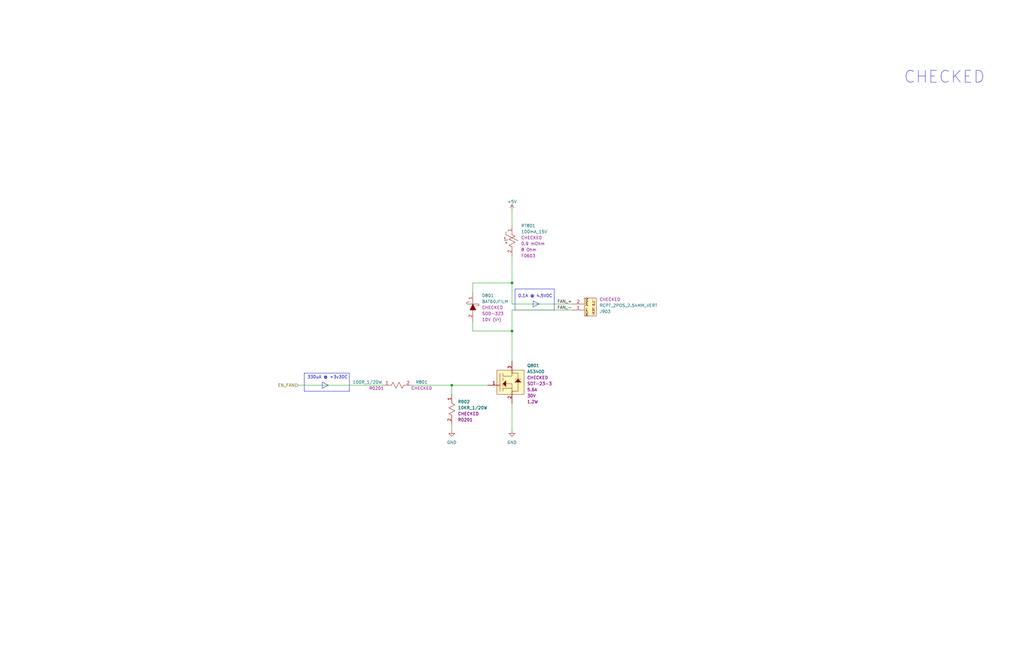
<source format=kicad_sch>
(kicad_sch (version 20230121) (generator eeschema)
  (paper "B")
  (lib_symbols
    (symbol "_SCHLIB_HotPlate:CONN_RCPT_2POS_2.54MM_VERT"
      (property "Reference" "J" (at 2.54 2.54 0))
      (property "Value" "RCPT_2POS_2.54MM_VERT" (at 2.54 5.08 0))
      (property "SCH CHECK" "CHECKED" (at 2.54 20.32 0))
      (symbol "CONN_RCPT_2POS_2.54MM_VERT_0_1"
        (rectangle (start 0 0) (end 5.08 -7.62) (fill (type background)))
        (text "RCPT 2POS\n\nVERT 0.1\"" (at 2.54 -3.81 900) (effects (font (size 0.889 0.889))))
      )
      (symbol "CONN_RCPT_2POS_2.54MM_VERT_1_1"
        (pin passive line (at -5.08 -2.54 0) (length 5.08) (name "") (number "1"))
        (pin passive line (at -5.08 -5.08 0) (length 5.08) (name "") (number "2"))
      )
    )
    (symbol "_SCHLIB_HotPlate:PTC_0ZCM0010FF2G_F0603"
      (property "Reference" "RT" (at 2.54 3.81 0))
      (property "Value" "100mA_15V" (at 2.54 6.35 0))
      (property "SCH CHECK" "CHECKED" (at 2.54 21.59 0))
      (property "Init resistance" "0.9 mOhm" (at 2.54 26.67 0))
      (property "Post trip resistance" "8 Ohm" (at 2.54 29.21 0))
      (property "Package" "F0603" (at 2.54 24.13 0))
      (symbol "PTC_0ZCM0010FF2G_F0603_0_0"
        (polyline (pts (xy 3.81 0) (xy 4.445 1.27) (xy 5.715 -1.27) (xy 6.985 1.27) (xy 8.255 -1.27) (xy 8.89 0)))
      )
      (symbol "PTC_0ZCM0010FF2G_F0603_0_1"
        (polyline (pts (xy 3.81 -2.54) (xy 2.54 -2.54)))
        (polyline (pts (xy 3.81 -2.54) (xy 6.35 2.54)))
        (text "+t°" (at 6.35 -2.54 0) (effects (font (size 1.27 1.27))))
      )
      (symbol "PTC_0ZCM0010FF2G_F0603_1_1"
        (pin passive line (at 0 0 0) (length 3.81) (name "") (number "1"))
        (pin passive line (at 12.7 0 180) (length 3.81) (name "") (number "2"))
      )
    )
    (symbol "_SCHLIB_HotPlate:Q_AS3400"
      (property "Reference" "Q" (at 2.54 6.35 0))
      (property "Value" "AS3400" (at 2.54 8.89 0))
      (property "SCH CHECK" "CHECKED" (at 2.54 24.13 0))
      (property "Package" "SOT-23-3" (at 2.54 26.67 0))
      (property "Max Current" "5.6A" (at 2.54 29.21 0))
      (property "Max Vds" "30V" (at 2.54 31.75 0))
      (property "Max P" "1.2W" (at 2.54 34.29 0))
      (symbol "Q_AS3400_0_1"
        (polyline (pts (xy 5.08 -5.08) (xy 5.08 -12.7)))
        (polyline (pts (xy 6.35 -11.43) (xy 6.35 -12.7)))
        (polyline (pts (xy 6.35 -9.525) (xy 6.35 -10.795)))
        (polyline (pts (xy 6.35 -6.985) (xy 6.35 -8.255)))
        (polyline (pts (xy 6.35 -5.08) (xy 6.35 -6.35)))
        (polyline (pts (xy 11.43 -7.62) (xy 13.97 -7.62)))
        (polyline (pts (xy 6.35 -11.43) (xy 10.16 -11.43) (xy 10.16 -12.7)))
        (polyline (pts (xy 6.35 -6.35) (xy 10.16 -6.35) (xy 10.16 -5.08)))
        (polyline (pts (xy 10.16 -11.43) (xy 10.16 -9.525) (xy 6.35 -9.525)))
        (polyline (pts (xy 7.62 -8.255) (xy 6.35 -9.525) (xy 7.62 -10.795) (xy 7.62 -8.255)) (fill (type outline)))
        (polyline (pts (xy 10.16 -12.7) (xy 12.7 -12.7) (xy 12.7 -5.08) (xy 10.16 -5.08)))
        (polyline (pts (xy 11.43 -8.89) (xy 12.7 -7.62) (xy 13.97 -8.89) (xy 11.43 -8.89)) (fill (type outline)))
        (rectangle (start 3.81 -3.81) (end 15.24 -13.97) (fill (type background)))
      )
      (symbol "Q_AS3400_1_1"
        (pin passive line (at 0 -10.16 0) (length 5.08) (name "") (number "1"))
        (pin passive line (at 10.16 -17.78 90) (length 5.08) (name "") (number "2"))
        (pin passive line (at 10.16 0 270) (length 5.08) (name "") (number "3"))
      )
    )
    (symbol "_SCHLIB_HotPlate:RES_100R_1/20W-R0201"
      (property "Reference" "R" (at 2.54 3.81 0))
      (property "Value" "100R_1{slash}20W" (at 2.54 6.35 0))
      (property "SCH CHECK" "CHECKED" (at 2.54 21.59 0))
      (property "Package" "R0201" (at 2.54 24.13 0))
      (symbol "RES_100R_1/20W-R0201_0_0"
        (polyline (pts (xy 3.81 0) (xy 4.445 1.27) (xy 5.715 -1.27) (xy 6.985 1.27) (xy 8.255 -1.27) (xy 8.89 0)))
      )
      (symbol "RES_100R_1/20W-R0201_1_1"
        (pin passive line (at 0 0 0) (length 3.81) (name "") (number "1"))
        (pin passive line (at 12.7 0 180) (length 3.81) (name "") (number "2"))
      )
    )
    (symbol "_SCHLIB_HotPlate:RES_10KR_1/20W-R0201"
      (property "Reference" "R" (at 2.54 5.08 0))
      (property "Value" "10KR_1{slash}20W" (at 2.54 7.62 0))
      (property "SCH CHECK" "CHECKED" (at 2.54 22.86 0))
      (property "Package" "R0201" (at 2.54 25.4 0))
      (symbol "RES_10KR_1/20W-R0201_0_0"
        (polyline (pts (xy 3.81 0) (xy 4.445 1.27) (xy 5.715 -1.27) (xy 6.985 1.27) (xy 8.255 -1.27) (xy 8.89 0)))
      )
      (symbol "RES_10KR_1/20W-R0201_1_1"
        (pin passive line (at 0 0 0) (length 3.81) (name "") (number "1"))
        (pin passive line (at 12.7 0 180) (length 3.81) (name "") (number "2"))
      )
    )
    (symbol "_SCHLIB_HotPlate:SCHOTTKY_BAT60JFILM_SOD-323"
      (property "Reference" "D" (at 2.54 5.08 0))
      (property "Value" "BAT60JFILM" (at 2.54 7.62 0))
      (property "SCH CHECK" "CHECKED" (at 2.54 22.86 0))
      (property "Pacakge" "SOD-323" (at 2.54 25.4 0))
      (property "Vr" "10V (Vr)" (at 2.54 27.94 0))
      (symbol "SCHOTTKY_BAT60JFILM_SOD-323_0_1"
        (polyline (pts (xy 5.08 1.27) (xy 5.08 -1.27) (xy 7.62 0) (xy 5.08 1.27)) (fill (type outline)))
        (polyline (pts (xy 8.382 1.524) (xy 8.382 2.54) (xy 7.62 2.54) (xy 7.62 -2.54) (xy 6.858 -2.54) (xy 6.858 -1.524)))
      )
      (symbol "SCHOTTKY_BAT60JFILM_SOD-323_1_1"
        (pin passive line (at 12.7 0 180) (length 5.08) (name "") (number "1"))
        (pin passive line (at 0 0 0) (length 5.08) (name "") (number "2"))
      )
    )
    (symbol "power:+5V" (power) (pin_names (offset 0))
      (property "Value" "+5V" (at 0 3.556 0))
      (symbol "+5V_0_1"
        (polyline (pts (xy -0.762 1.27) (xy 0 2.54)))
        (polyline (pts (xy 0 0) (xy 0 2.54)))
        (polyline (pts (xy 0 2.54) (xy 0.762 1.27)))
      )
      (symbol "+5V_1_1"
        (pin power_in line (at 0 0 90) (length 0) hide (name "+5V") (number "1"))
      )
    )
    (symbol "power:GND" (power) (pin_names (offset 0))
      (property "Value" "GND" (at 0 -3.81 0))
      (symbol "GND_0_1"
        (polyline (pts (xy 0 0) (xy 0 -1.27) (xy 1.27 -1.27) (xy 0 -2.54) (xy -1.27 -1.27) (xy 0 -1.27)))
      )
      (symbol "GND_1_1"
        (pin power_in line (at 0 0 270) (length 0) hide (name "GND") (number "1"))
      )
    )
  )
  (junction (at 215.9 119.38))
  (junction (at 215.9 139.7))
  (junction (at 190.5 162.56))
  (wire (pts (xy 205.74 162.56) (xy 190.5 162.56)))
  (polyline (pts (xy 224.79 127) (xy 227.33 128.27)))
  (wire (pts (xy 173.99 162.56) (xy 190.5 162.56)))
  (wire (pts (xy 199.39 135.89) (xy 199.39 139.7)))
  (wire (pts (xy 215.9 119.38) (xy 215.9 128.27)))
  (wire (pts (xy 215.9 88.9) (xy 215.9 95.25)))
  (wire (pts (xy 215.9 170.18) (xy 215.9 181.61)))
  (wire (pts (xy 199.39 139.7) (xy 215.9 139.7)))
  (polyline (pts (xy 233.68 121.92) (xy 233.68 130.81)))
  (wire (pts (xy 215.9 107.95) (xy 215.9 119.38)))
  (polyline (pts (xy 147.32 157.48) (xy 147.32 165.1)))
  (polyline (pts (xy 128.27 157.48) (xy 147.32 157.48)))
  (polyline (pts (xy 217.17 130.81) (xy 233.68 130.81)))
  (wire (pts (xy 199.39 119.38) (xy 215.9 119.38)))
  (polyline (pts (xy 135.89 161.29) (xy 138.43 162.56)))
  (polyline (pts (xy 217.17 121.92) (xy 233.68 121.92)))
  (wire (pts (xy 215.9 130.81) (xy 215.9 139.7)))
  (polyline (pts (xy 217.17 121.92) (xy 217.17 130.81)))
  (wire (pts (xy 241.3 130.81) (xy 215.9 130.81)))
  (wire (pts (xy 125.73 162.56) (xy 161.29 162.56)))
  (polyline (pts (xy 135.89 161.29) (xy 135.89 163.83)))
  (wire (pts (xy 190.5 181.61) (xy 190.5 179.07)))
  (wire (pts (xy 215.9 139.7) (xy 215.9 152.4)))
  (polyline (pts (xy 224.79 127) (xy 224.79 129.54)))
  (polyline (pts (xy 147.32 165.1) (xy 128.27 165.1)))
  (polyline (pts (xy 128.27 157.48) (xy 128.27 165.1)))
  (wire (pts (xy 215.9 128.27) (xy 241.3 128.27)))
  (wire (pts (xy 190.5 162.56) (xy 190.5 166.37)))
  (wire (pts (xy 199.39 123.19) (xy 199.39 119.38)))
  (polyline (pts (xy 224.79 129.54) (xy 227.33 128.27)))
  (polyline (pts (xy 135.89 163.83) (xy 138.43 162.56)))
  (text "CHECKED" (at 381 35.56 0) (effects (font (size 5 5)) (justify left bottom)))
  (text "330uA @ +3v3DC" (at 129.54 160.02 0) (effects (font (size 1.27 1.27)) (justify left bottom)))
  (text "0.1A @ 4.5VDC" (at 218.44 125.73 0) (effects (font (size 1.27 1.27)) (justify left bottom)))
  (label "FAN_-" (at 234.95 130.81 0))
  (label "FAN_+" (at 234.95 128.27 0))
  (hierarchical_label "EN_FAN" (shape input) (at 125.73 162.56 180))
  (symbol (lib_id "_SCHLIB_HotPlate:RES_100R_1/20W-R0201") (at 161.29 162.56 0) (unit 1)
    (property "Reference" "R801" (at 177.8 161.29 0))
    (property "Value" "100R_1/20W" (at 154.94 161.29 0))
    (property "Footprint" "Resistor_SMD:R_0201_0603Metric" (effects hide))
    (property "Datasheet" "https://www.seielect.com/Catalog/SEI-RMCF_RMCP.pdf" (effects hide))
    (property "Description" "100 Ohms ±1% 0.05W, 1/20W Chip Resistor 0201 (0603 Metric) Thick Film" (effects hide))
    (property "Part Number" "RMCF0201FT100R" (effects hide))
    (property "Link" "https://www.digikey.ca/en/products/detail/stackpole-electronics-inc/RMCF0201FT100R/1714988" (effects hide))
    (property "SCH CHECK" "CHECKED" (at 177.8 163.83 0))
    (property "Package" "R0201" (at 158.75 163.83 0))
  )
  (symbol (lib_id "_SCHLIB_HotPlate:RES_10KR_1/20W-R0201") (at 190.5 166.37 270) (unit 1)
    (property "Reference" "R802" (at 193.04 169.545 90) (effects (justify left)))
    (property "Value" "10KR_1/20W" (at 193.04 172.085 90) (effects (justify left)))
    (property "Footprint" "Resistor_SMD:R_0201_0603Metric" (effects hide))
    (property "Datasheet" "https://www.seielect.com/Catalog/SEI-RMCF_RMCP.pdf" (effects hide))
    (property "Description" "10 kOhms ±1% 0.05W, 1/20W Chip Resistor 0201 (0603 Metric) Thick Film" (effects hide))
    (property "Part Number" "RMCF0201FT10K0" (effects hide))
    (property "Link" "https://www.digikey.ca/en/products/detail/stackpole-electronics-inc/RMCF0201FT10K0/1714990" (effects hide))
    (property "SCH CHECK" "CHECKED" (at 193.04 174.625 90) (effects (justify left)))
    (property "Package" "R0201" (at 193.04 177.165 90) (effects (justify left)))
  )
  (symbol (lib_id "power:GND") (at 190.5 181.61 0) (unit 1)
    (property "Reference" "#PWR0802" (effects hide))
    (property "Value" "GND" (at 190.5 186.69 0))
  )
  (symbol (lib_id "power:GND") (at 215.9 181.61 0) (unit 1)
    (property "Reference" "#PWR0803" (effects hide))
    (property "Value" "GND" (at 215.9 186.69 0))
  )
  (symbol (lib_id "_SCHLIB_HotPlate:Q_AS3400") (at 205.74 152.4 0) (unit 1)
    (property "Reference" "Q801" (at 222.25 154.305 0) (effects (justify left)))
    (property "Value" "AS3400" (at 222.25 156.845 0) (effects (justify left)))
    (property "Footprint" "Package_TO_SOT_SMD:SOT-23-3" (effects hide))
    (property "Datasheet" "https://media.digikey.com/pdf/Data%20Sheets/Anbon%20Semi%20PDFs/AS3400.pdf" (effects hide))
    (property "Description" "N-Channel 30 V 5.6A (Ta) 1.2W (Ta) Surface Mount SOT-23" (effects hide))
    (property "Part Number" "AS3400" (effects hide))
    (property "Link" "https://www.digikey.ca/en/products/detail/anbon-semiconductor-int-l-limited/AS3400/16708476" (effects hide))
    (property "SCH CHECK" "CHECKED" (at 222.25 159.385 0) (effects (justify left)))
    (property "Package" "SOT-23-3" (at 222.25 161.925 0) (effects (justify left)))
    (property "Max Current" "5.6A" (at 222.25 164.465 0) (effects (justify left)))
    (property "Max Vds" "30V" (at 222.25 167.005 0) (effects (justify left)))
    (property "Max P" "1.2W" (at 222.25 169.545 0) (effects (justify left)))
  )
  (symbol (lib_id "power:+5V") (at 215.9 88.9 0) (unit 1)
    (property "Reference" "#PWR0801" (effects hide))
    (property "Value" "+5V" (at 215.9 85.09 0))
  )
  (symbol (lib_id "_SCHLIB_HotPlate:CONN_RCPT_2POS_2.54MM_VERT") (at 246.38 133.35 0) (mirror x) (unit 1)
    (property "Reference" "J903" (at 252.73 131.445 0) (effects (justify left)))
    (property "Value" "RCPT_2POS_2.54MM_VERT" (at 252.73 128.905 0) (effects (justify left)))
    (property "Footprint" "Connector_PinSocket_2.54mm:PinSocket_1x02_P2.54mm_Vertical" (effects hide))
    (property "Datasheet" "https://app.adam-tech.com/products/download/data_sheet/203013/rs1-xx-g-data-sheet.pdf" (effects hide))
    (property "Description" "2 Position Receptacle Connector 0.100\" (2.54mm) Through Hole Gold" (effects hide))
    (property "Part Number" "RS1-02-G" (effects hide))
    (property "Link" "https://www.digikey.ca/en/products/detail/adam-tech/RS1-02-G/9832044" (effects hide))
    (property "SCH CHECK" "CHECKED" (at 252.73 126.365 0) (effects (justify left)))
    (instances (project "_HW_HotPlate" (path "" (reference "J903") (unit 1)) (path "" (reference "J801") (unit 1))))
  )
  (symbol (lib_id "_SCHLIB_HotPlate:PTC_0ZCM0010FF2G_F0603") (at 215.9 95.25 270) (unit 1)
    (property "Reference" "RT801" (at 219.71 95.25 90) (effects (justify left)))
    (property "Value" "100mA_15V" (at 219.71 97.79 90) (effects (justify left)))
    (property "Footprint" "Fuse:Fuse_0603_1608Metric" (effects hide))
    (property "Datasheet" "https://www.belfuse.com/resources/datasheets/circuitprotection/ds-cp-0zcm-series.pdf" (effects hide))
    (property "Description" "Polymeric PTC Resettable Fuse 15V 100 mA Ih Surface Mount 0603 (1608 Metric), Concave" (effects hide))
    (property "Part Number" "0ZCM0010FF2G" (effects hide))
    (property "Link" "https://www.digikey.ca/en/products/detail/bel-fuse-inc/0ZCM0010FF2G/4156146" (effects hide))
    (property "SCH CHECK" "CHECKED" (at 219.71 100.33 90) (effects (justify left)))
    (property "Init resistance" "0.9 mOhm" (at 219.71 102.87 90) (effects (justify left)))
    (property "Post trip resistance" "8 Ohm" (at 219.71 105.41 90) (effects (justify left)))
    (property "Package" "F0603" (at 219.71 107.95 90) (effects (justify left)))
  )
  (symbol (lib_id "_SCHLIB_HotPlate:SCHOTTKY_BAT60JFILM_SOD-323") (at 199.39 135.89 90) (unit 1)
    (property "Reference" "D801" (at 203.2 124.714 90) (effects (justify right)))
    (property "Value" "BAT60JFILM" (at 203.2 127.254 90) (effects (justify right)))
    (property "Footprint" "Diode_SMD:D_SOD-323" (effects hide))
    (property "Datasheet" "https://www.st.com/content/ccc/resource/technical/document/datasheet/3d/d2/27/1d/20/e3/4d/48/CD00001944.pdf/files/CD00001944.pdf/jcr:content/translations/en.CD00001944.pdf" (effects hide))
    (property "Description" "Diode 10 V 3A Surface Mount SOD-323" (effects hide))
    (property "Part Number" "BAT60JFILM" (effects hide))
    (property "Link" "https://www.digikey.ca/en/products/detail/stmicroelectronics/BAT60JFILM/686386" (effects hide))
    (property "SCH CHECK" "CHECKED" (at 203.2 129.794 90) (effects (justify right)))
    (property "Pacakge" "SOD-323" (at 203.2 132.334 90) (effects (justify right)))
    (property "Vr" "10V (Vr)" (at 203.2 134.874 90) (effects (justify right)))
  )
)
</source>
